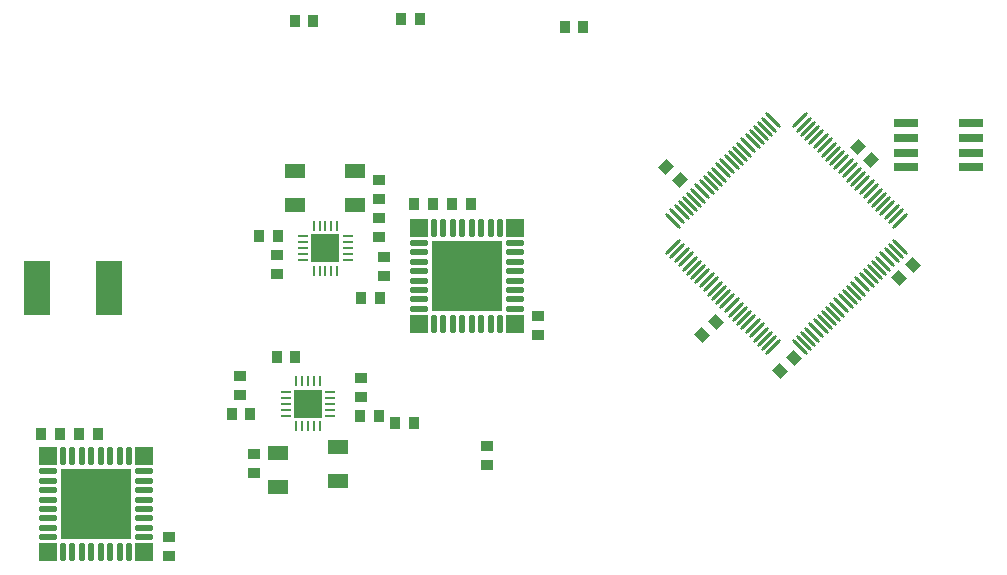
<source format=gbp>
%FSLAX25Y25*%
%MOIN*%
G70*
G01*
G75*
G04 Layer_Color=128*
%ADD10R,0.18110X0.08858*%
%ADD11R,0.04331X0.04331*%
%ADD12R,0.03937X0.03543*%
%ADD13R,0.03543X0.03937*%
%ADD14R,0.04528X0.07087*%
%ADD15R,0.02953X0.03937*%
%ADD16O,0.01772X0.05512*%
%ADD17R,0.04724X0.03150*%
%ADD18R,0.04724X0.02953*%
%ADD19R,0.03937X0.02953*%
%ADD20O,0.05512X0.01772*%
%ADD21R,0.10000X0.03900*%
%ADD22R,0.07402X0.06614*%
%ADD23O,0.00984X0.05315*%
%ADD24R,0.04331X0.04331*%
%ADD25R,0.06693X0.04724*%
%ADD26R,0.09449X0.06102*%
%ADD27R,0.08858X0.18110*%
%ADD28R,0.02362X0.03937*%
%ADD29R,0.04331X0.06693*%
%ADD30R,0.07480X0.05315*%
%ADD31C,0.00800*%
%ADD32C,0.01000*%
%ADD33C,0.02000*%
%ADD34C,0.03000*%
%ADD35C,0.05500*%
%ADD36C,0.03500*%
%ADD37C,0.04000*%
%ADD38C,0.03937*%
%ADD39R,0.06299X0.06299*%
%ADD40C,0.06299*%
%ADD41C,0.06000*%
%ADD42R,0.06000X0.06000*%
%ADD43R,0.06299X0.06299*%
%ADD44R,0.06000X0.06000*%
%ADD45C,0.05512*%
%ADD46R,0.05512X0.05512*%
%ADD47C,0.13500*%
%ADD48C,0.03500*%
%ADD49C,0.05500*%
%ADD50C,0.04500*%
%ADD51C,0.05000*%
%ADD52C,0.01969*%
%ADD53C,0.01500*%
%ADD54C,0.01300*%
%ADD55C,0.06500*%
%ADD56C,0.07150*%
%ADD57C,0.15500*%
%ADD58C,0.07000*%
%ADD59C,0.08000*%
%ADD60C,0.04787*%
%ADD61C,0.07500*%
%ADD62R,0.08071X0.02756*%
G04:AMPARAMS|DCode=63|XSize=39.37mil|YSize=35.43mil|CornerRadius=0mil|HoleSize=0mil|Usage=FLASHONLY|Rotation=135.000|XOffset=0mil|YOffset=0mil|HoleType=Round|Shape=Rectangle|*
%AMROTATEDRECTD63*
4,1,4,0.02645,-0.00139,0.00139,-0.02645,-0.02645,0.00139,-0.00139,0.02645,0.02645,-0.00139,0.0*
%
%ADD63ROTATEDRECTD63*%

G04:AMPARAMS|DCode=64|XSize=39.37mil|YSize=35.43mil|CornerRadius=0mil|HoleSize=0mil|Usage=FLASHONLY|Rotation=225.000|XOffset=0mil|YOffset=0mil|HoleType=Round|Shape=Rectangle|*
%AMROTATEDRECTD64*
4,1,4,0.00139,0.02645,0.02645,0.00139,-0.00139,-0.02645,-0.02645,-0.00139,0.00139,0.02645,0.0*
%
%ADD64ROTATEDRECTD64*%

%ADD65O,0.00984X0.03740*%
%ADD66O,0.03740X0.00984*%
%ADD67R,0.09646X0.09646*%
%ADD68R,0.07087X0.04528*%
%ADD69O,0.02165X0.06102*%
%ADD70O,0.06102X0.02165*%
%ADD71R,0.23622X0.23622*%
%ADD72R,0.05906X0.05906*%
G04:AMPARAMS|DCode=73|XSize=11.81mil|YSize=70.87mil|CornerRadius=0mil|HoleSize=0mil|Usage=FLASHONLY|Rotation=315.000|XOffset=0mil|YOffset=0mil|HoleType=Round|Shape=Round|*
%AMOVALD73*
21,1,0.05906,0.01181,0.00000,0.00000,45.0*
1,1,0.01181,-0.02088,-0.02088*
1,1,0.01181,0.02088,0.02088*
%
%ADD73OVALD73*%

G04:AMPARAMS|DCode=74|XSize=11.81mil|YSize=70.87mil|CornerRadius=0mil|HoleSize=0mil|Usage=FLASHONLY|Rotation=45.000|XOffset=0mil|YOffset=0mil|HoleType=Round|Shape=Round|*
%AMOVALD74*
21,1,0.05906,0.01181,0.00000,0.00000,135.0*
1,1,0.01181,0.02088,-0.02088*
1,1,0.01181,-0.02088,0.02088*
%
%ADD74OVALD74*%

%ADD75C,0.02500*%
%ADD76C,0.03200*%
%ADD77C,0.01800*%
%ADD78C,0.01969*%
%ADD79C,0.00394*%
%ADD80C,0.02362*%
%ADD81C,0.00984*%
%ADD82C,0.00787*%
%ADD83C,0.00500*%
%ADD84C,0.00600*%
%ADD85R,0.18910X0.09658*%
%ADD86R,0.05131X0.05131*%
%ADD87R,0.04737X0.04343*%
%ADD88R,0.04343X0.04737*%
%ADD89R,0.05328X0.07887*%
%ADD90R,0.03753X0.04737*%
%ADD91O,0.02572X0.06312*%
%ADD92R,0.05524X0.03950*%
%ADD93R,0.05524X0.03753*%
%ADD94R,0.04737X0.03753*%
%ADD95O,0.06312X0.02572*%
%ADD96R,0.10800X0.04700*%
%ADD97R,0.08047X0.07260*%
%ADD98O,0.01630X0.05961*%
%ADD99R,0.05131X0.05131*%
%ADD100R,0.07493X0.05524*%
%ADD101R,0.10249X0.06902*%
%ADD102R,0.09658X0.18910*%
%ADD103R,0.03162X0.04737*%
%ADD104R,0.05131X0.07493*%
%ADD105R,0.08280X0.06115*%
%ADD106C,0.04737*%
%ADD107R,0.07099X0.07099*%
%ADD108C,0.07099*%
%ADD109C,0.06800*%
%ADD110R,0.06800X0.06800*%
%ADD111R,0.07099X0.07099*%
%ADD112R,0.06800X0.06800*%
%ADD113C,0.06312*%
%ADD114R,0.06312X0.06312*%
%ADD115C,0.14300*%
%ADD116R,0.08871X0.03556*%
G04:AMPARAMS|DCode=117|XSize=47.37mil|YSize=43.43mil|CornerRadius=0mil|HoleSize=0mil|Usage=FLASHONLY|Rotation=135.000|XOffset=0mil|YOffset=0mil|HoleType=Round|Shape=Rectangle|*
%AMROTATEDRECTD117*
4,1,4,0.03210,-0.00139,0.00139,-0.03210,-0.03210,0.00139,-0.00139,0.03210,0.03210,-0.00139,0.0*
%
%ADD117ROTATEDRECTD117*%

G04:AMPARAMS|DCode=118|XSize=47.37mil|YSize=43.43mil|CornerRadius=0mil|HoleSize=0mil|Usage=FLASHONLY|Rotation=225.000|XOffset=0mil|YOffset=0mil|HoleType=Round|Shape=Rectangle|*
%AMROTATEDRECTD118*
4,1,4,0.00139,0.03210,0.03210,0.00139,-0.00139,-0.03210,-0.03210,-0.00139,0.00139,0.03210,0.0*
%
%ADD118ROTATEDRECTD118*%

%ADD119O,0.01784X0.04540*%
%ADD120O,0.04540X0.01784*%
%ADD121R,0.10446X0.10446*%
%ADD122R,0.07887X0.05328*%
%ADD123O,0.02965X0.06902*%
%ADD124O,0.06902X0.02965*%
%ADD125R,0.24422X0.24422*%
%ADD126R,0.06706X0.06706*%
G04:AMPARAMS|DCode=127|XSize=19.81mil|YSize=78.87mil|CornerRadius=0mil|HoleSize=0mil|Usage=FLASHONLY|Rotation=315.000|XOffset=0mil|YOffset=0mil|HoleType=Round|Shape=Round|*
%AMOVALD127*
21,1,0.05906,0.01981,0.00000,0.00000,45.0*
1,1,0.01981,-0.02088,-0.02088*
1,1,0.01981,0.02088,0.02088*
%
%ADD127OVALD127*%

G04:AMPARAMS|DCode=128|XSize=19.81mil|YSize=78.87mil|CornerRadius=0mil|HoleSize=0mil|Usage=FLASHONLY|Rotation=45.000|XOffset=0mil|YOffset=0mil|HoleType=Round|Shape=Round|*
%AMOVALD128*
21,1,0.05906,0.01981,0.00000,0.00000,135.0*
1,1,0.01981,0.02088,-0.02088*
1,1,0.01981,-0.02088,0.02088*
%
%ADD128OVALD128*%

D12*
X350500Y274350D02*
D03*
Y280650D02*
D03*
X433000Y257150D02*
D03*
Y250850D02*
D03*
X390835Y279984D02*
D03*
Y273685D02*
D03*
X355335Y254484D02*
D03*
Y248185D02*
D03*
X397165Y339516D02*
D03*
Y345815D02*
D03*
X363165Y314516D02*
D03*
Y320815D02*
D03*
X327091Y226980D02*
D03*
Y220681D02*
D03*
X450000Y300650D02*
D03*
Y294350D02*
D03*
X398665Y320315D02*
D03*
Y314016D02*
D03*
X397165Y327016D02*
D03*
Y333315D02*
D03*
D13*
X354150Y268000D02*
D03*
X347850D02*
D03*
X465150Y397000D02*
D03*
X458850D02*
D03*
X408650Y265000D02*
D03*
X402350D02*
D03*
X410650Y399500D02*
D03*
X404350D02*
D03*
X375150Y399000D02*
D03*
X368850D02*
D03*
X369150Y287000D02*
D03*
X362850D02*
D03*
X396984Y267335D02*
D03*
X390685D02*
D03*
X391016Y306665D02*
D03*
X397315D02*
D03*
X357016Y327165D02*
D03*
X363315D02*
D03*
X284441Y261331D02*
D03*
X290740D02*
D03*
X297110D02*
D03*
X303410D02*
D03*
X408779Y337831D02*
D03*
X415079D02*
D03*
X421279D02*
D03*
X427579D02*
D03*
D27*
X283090Y310000D02*
D03*
X306909D02*
D03*
D62*
X594327Y364882D02*
D03*
Y359961D02*
D03*
Y355039D02*
D03*
Y350118D02*
D03*
X572673Y364882D02*
D03*
Y359961D02*
D03*
Y355039D02*
D03*
Y350118D02*
D03*
D63*
X570418Y313244D02*
D03*
X574872Y317698D02*
D03*
X509227Y298727D02*
D03*
X504773Y294273D02*
D03*
X535227Y286594D02*
D03*
X530773Y282139D02*
D03*
D64*
X497227Y345773D02*
D03*
X492773Y350227D02*
D03*
X556582Y356951D02*
D03*
X561036Y352497D02*
D03*
D65*
X369398Y278815D02*
D03*
X371366D02*
D03*
X373335D02*
D03*
X375303D02*
D03*
X377272D02*
D03*
Y263854D02*
D03*
X375303D02*
D03*
X373335D02*
D03*
X371366D02*
D03*
X369398D02*
D03*
X383102Y315685D02*
D03*
X381134D02*
D03*
X379165D02*
D03*
X377197D02*
D03*
X375228D02*
D03*
Y330646D02*
D03*
X377197D02*
D03*
X379165D02*
D03*
X381134D02*
D03*
X383102D02*
D03*
D66*
X380815Y275272D02*
D03*
Y273303D02*
D03*
Y271335D02*
D03*
Y269366D02*
D03*
Y267398D02*
D03*
X365854D02*
D03*
Y269366D02*
D03*
Y271335D02*
D03*
Y273303D02*
D03*
Y275272D02*
D03*
X371685Y319228D02*
D03*
Y321197D02*
D03*
Y323165D02*
D03*
Y325134D02*
D03*
Y327102D02*
D03*
X386646D02*
D03*
Y325134D02*
D03*
Y323165D02*
D03*
Y321197D02*
D03*
Y319228D02*
D03*
D67*
X373335Y271335D02*
D03*
X379165Y323165D02*
D03*
D68*
X383335Y257043D02*
D03*
Y245626D02*
D03*
X363335Y255043D02*
D03*
Y243626D02*
D03*
X389165Y337457D02*
D03*
Y348874D02*
D03*
X369165Y337457D02*
D03*
Y348874D02*
D03*
D69*
X313693Y221886D02*
D03*
X310543D02*
D03*
X307394D02*
D03*
X304244D02*
D03*
X301095D02*
D03*
X297945D02*
D03*
X294795D02*
D03*
X291646D02*
D03*
Y253776D02*
D03*
X294795D02*
D03*
X297945D02*
D03*
X301095D02*
D03*
X304244D02*
D03*
X307394D02*
D03*
X310543D02*
D03*
X313693D02*
D03*
X437362Y298055D02*
D03*
X434213D02*
D03*
X431063D02*
D03*
X427913D02*
D03*
X424764D02*
D03*
X421614D02*
D03*
X418465D02*
D03*
X415315D02*
D03*
Y329945D02*
D03*
X418465D02*
D03*
X421614D02*
D03*
X424764D02*
D03*
X427913D02*
D03*
X431063D02*
D03*
X434213D02*
D03*
X437362D02*
D03*
D70*
X286724Y226807D02*
D03*
Y229957D02*
D03*
Y233106D02*
D03*
Y236256D02*
D03*
Y239405D02*
D03*
Y242555D02*
D03*
Y245705D02*
D03*
Y248854D02*
D03*
X318614D02*
D03*
Y245705D02*
D03*
Y242555D02*
D03*
Y239405D02*
D03*
Y236256D02*
D03*
Y233106D02*
D03*
Y229957D02*
D03*
Y226807D02*
D03*
X410394Y302976D02*
D03*
Y306126D02*
D03*
Y309276D02*
D03*
Y312425D02*
D03*
Y315575D02*
D03*
Y318724D02*
D03*
Y321874D02*
D03*
Y325024D02*
D03*
X442283D02*
D03*
Y321874D02*
D03*
Y318724D02*
D03*
Y315575D02*
D03*
Y312425D02*
D03*
Y309276D02*
D03*
Y306126D02*
D03*
Y302976D02*
D03*
D71*
X302669Y237831D02*
D03*
X426339Y314000D02*
D03*
D72*
X318669Y221831D02*
D03*
Y253831D02*
D03*
X286669D02*
D03*
Y221831D02*
D03*
X442339Y298000D02*
D03*
Y330000D02*
D03*
X410339D02*
D03*
Y298000D02*
D03*
D73*
X528473Y290229D02*
D03*
X527081Y291621D02*
D03*
X525690Y293013D02*
D03*
X524298Y294405D02*
D03*
X522906Y295797D02*
D03*
X521514Y297189D02*
D03*
X520122Y298581D02*
D03*
X518730Y299973D02*
D03*
X517338Y301365D02*
D03*
X515946Y302757D02*
D03*
X514554Y304149D02*
D03*
X513162Y305541D02*
D03*
X511770Y306933D02*
D03*
X510378Y308325D02*
D03*
X508986Y309717D02*
D03*
X507594Y311108D02*
D03*
X506202Y312500D02*
D03*
X504810Y313892D02*
D03*
X503418Y315284D02*
D03*
X502027Y316676D02*
D03*
X500635Y318068D02*
D03*
X499243Y319460D02*
D03*
X497851Y320852D02*
D03*
X496459Y322244D02*
D03*
X495067Y323636D02*
D03*
X537243Y365812D02*
D03*
X538635Y364420D02*
D03*
X540027Y363028D02*
D03*
X541419Y361636D02*
D03*
X542810Y360244D02*
D03*
X544202Y358852D02*
D03*
X545594Y357460D02*
D03*
X546986Y356068D02*
D03*
X548378Y354676D02*
D03*
X549770Y353284D02*
D03*
X551162Y351892D02*
D03*
X552554Y350500D02*
D03*
X553946Y349109D02*
D03*
X555338Y347717D02*
D03*
X556730Y346325D02*
D03*
X558122Y344933D02*
D03*
X559514Y343541D02*
D03*
X560906Y342149D02*
D03*
X562298Y340757D02*
D03*
X563690Y339365D02*
D03*
X565082Y337973D02*
D03*
X566473Y336581D02*
D03*
X567865Y335189D02*
D03*
X569257Y333797D02*
D03*
X570649Y332405D02*
D03*
D74*
X495067Y332405D02*
D03*
X496459Y333797D02*
D03*
X497851Y335189D02*
D03*
X499243Y336581D02*
D03*
X500635Y337973D02*
D03*
X502027Y339365D02*
D03*
X503418Y340757D02*
D03*
X504810Y342149D02*
D03*
X506202Y343541D02*
D03*
X507594Y344933D02*
D03*
X508986Y346325D02*
D03*
X510378Y347717D02*
D03*
X511770Y349109D02*
D03*
X513162Y350500D02*
D03*
X514554Y351892D02*
D03*
X515946Y353284D02*
D03*
X517338Y354676D02*
D03*
X518730Y356068D02*
D03*
X520122Y357460D02*
D03*
X521514Y358852D02*
D03*
X522906Y360244D02*
D03*
X524298Y361636D02*
D03*
X525690Y363028D02*
D03*
X527081Y364420D02*
D03*
X528473Y365812D02*
D03*
X570649Y323636D02*
D03*
X569257Y322244D02*
D03*
X567865Y320852D02*
D03*
X566473Y319460D02*
D03*
X565082Y318068D02*
D03*
X563690Y316676D02*
D03*
X562298Y315284D02*
D03*
X560906Y313892D02*
D03*
X559514Y312500D02*
D03*
X558122Y311108D02*
D03*
X556730Y309717D02*
D03*
X555338Y308325D02*
D03*
X553946Y306933D02*
D03*
X552554Y305541D02*
D03*
X551162Y304149D02*
D03*
X549770Y302757D02*
D03*
X548378Y301365D02*
D03*
X546986Y299973D02*
D03*
X545594Y298581D02*
D03*
X544202Y297189D02*
D03*
X542810Y295797D02*
D03*
X541419Y294405D02*
D03*
X540027Y293013D02*
D03*
X538635Y291621D02*
D03*
X537243Y290229D02*
D03*
M02*

</source>
